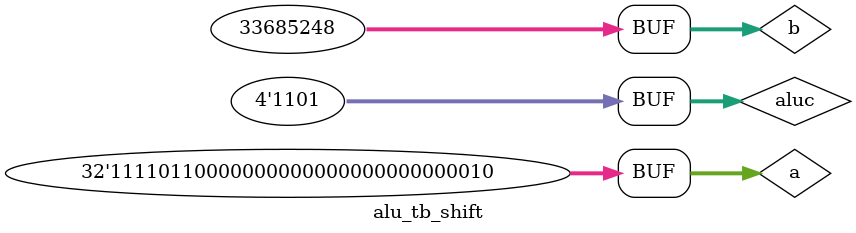
<source format=v>
`timescale 1ns / 1ps


module alu_tb_shift;

    reg [31:0] a;
    reg [31:0] b;
    reg [3:0] aluc;
    wire [31:0] r;
    wire zero;
    wire carry;
    wire negative;
    wire overflow;

    alu inst(a,b,aluc,r,zero,carry,negative,overflow);


    //test addu
    initial begin
        aluc = 4'b1011;
        a = 32'b1000_0010_0000;
        b = 32'b1000_0010_0000;        

        #40 
        aluc = 4'b1010;
        a = 32'b0000_0000_0000;
        b = 32'b1000_0000_0000;        

        #40 
        aluc = 4'b1100;
        b = 32'b1011_0110_0000_0000_0000_0000_0000_0010;
        a = 32'b0000_0000_0000_0000_0000_0000_0000_1000;

        #40 
        aluc = 4'b1111;
        b = 32'b1011_0110_0000_0000_0000_0000_0000_0010;
        a = 32'b0000_0000_0000_0000_0000_0000_0000_1000;

        #40 
        aluc = 4'b1101;
        a = 32'b1111_0110_0000_0000_0000_0000_0000_0010;
        b = 32'b0000_0010_0000_0001_1111_1111_0000_0000;
    end


endmodule

</source>
